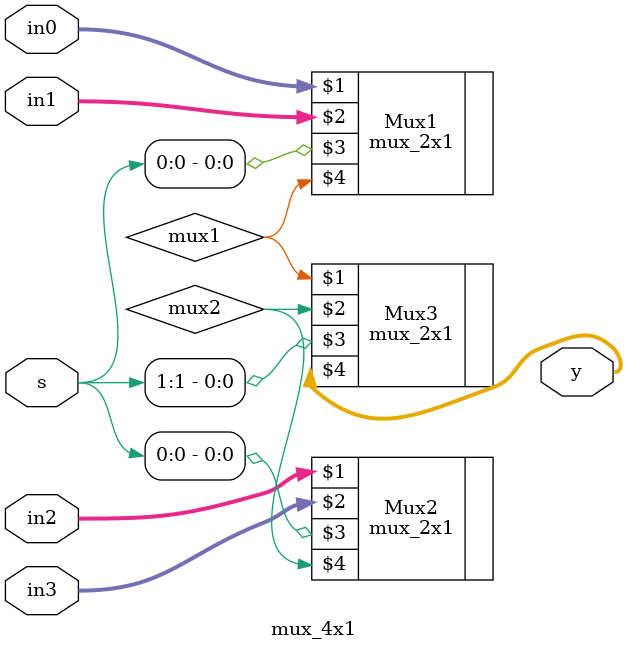
<source format=v>
`include "MUX_2x1.v"

module mux_4x1(in3, in2, in1, in0, s, y);

    
    input wire [63:0] in0;
    input wire [63:0] in1;
    input wire [63:0] in2;
    input wire [63:0] in3;
    input wire [1:0] s;
    output wire [63:0] y;

    wire mux1, mux2;

    mux_2x1 Mux1(in0, in1, s[0], mux1);
    mux_2x1 Mux2(in2, in3, s[0], mux2);
    mux_2x1 Mux3(mux1, mux2, s[1], y);

endmodule
</source>
